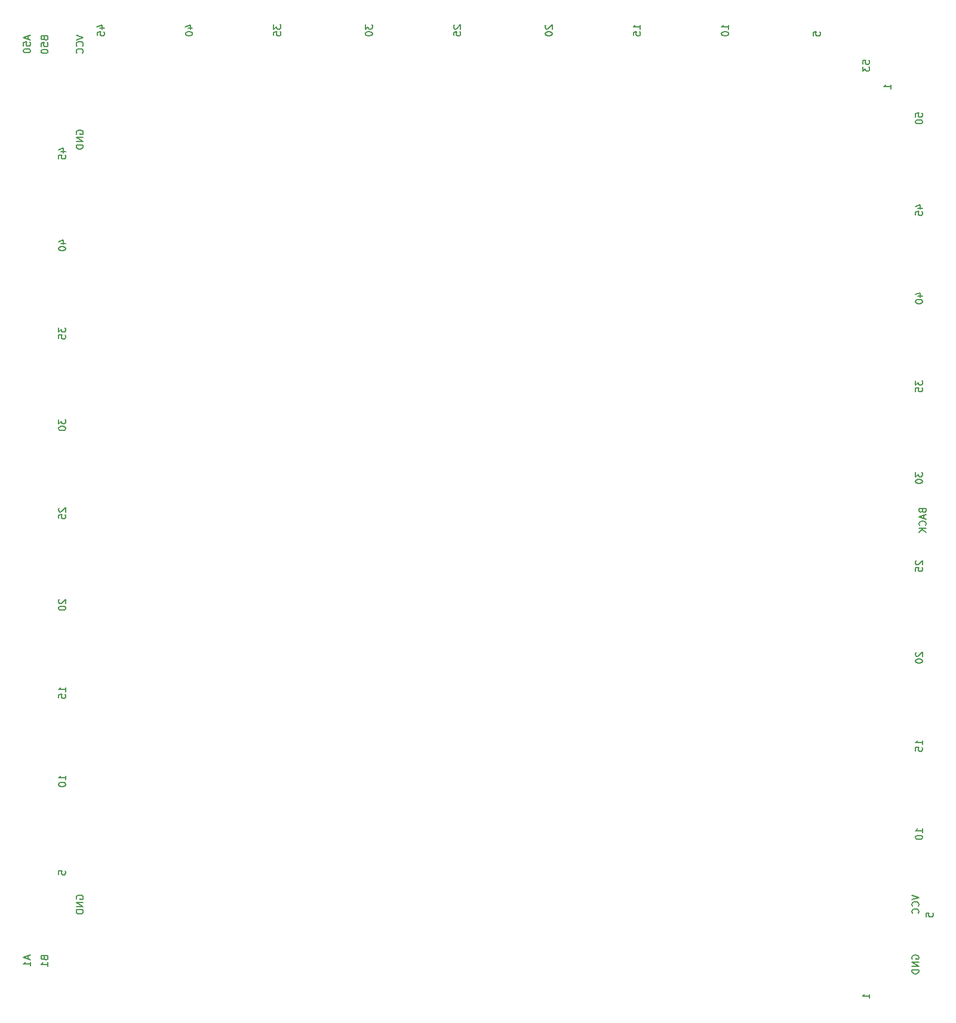
<source format=gbr>
%TF.GenerationSoftware,KiCad,Pcbnew,(5.1.6-0-10_14)*%
%TF.CreationDate,2020-07-02T17:02:21+02:00*%
%TF.ProjectId,x68k-ioboard,7836386b-2d69-46f6-926f-6172642e6b69,rev?*%
%TF.SameCoordinates,Original*%
%TF.FileFunction,Legend,Bot*%
%TF.FilePolarity,Positive*%
%FSLAX46Y46*%
G04 Gerber Fmt 4.6, Leading zero omitted, Abs format (unit mm)*
G04 Created by KiCad (PCBNEW (5.1.6-0-10_14)) date 2020-07-02 17:02:21*
%MOMM*%
%LPD*%
G01*
G04 APERTURE LIST*
%ADD10C,0.150000*%
G04 APERTURE END LIST*
D10*
X155952380Y-40801904D02*
X155952380Y-40325714D01*
X156428571Y-40278095D01*
X156380952Y-40325714D01*
X156333333Y-40420952D01*
X156333333Y-40659047D01*
X156380952Y-40754285D01*
X156428571Y-40801904D01*
X156523809Y-40849523D01*
X156761904Y-40849523D01*
X156857142Y-40801904D01*
X156904761Y-40754285D01*
X156952380Y-40659047D01*
X156952380Y-40420952D01*
X156904761Y-40325714D01*
X156857142Y-40278095D01*
X155952380Y-41182857D02*
X155952380Y-41801904D01*
X156333333Y-41468571D01*
X156333333Y-41611428D01*
X156380952Y-41706666D01*
X156428571Y-41754285D01*
X156523809Y-41801904D01*
X156761904Y-41801904D01*
X156857142Y-41754285D01*
X156904761Y-41706666D01*
X156952380Y-41611428D01*
X156952380Y-41325714D01*
X156904761Y-41230476D01*
X156857142Y-41182857D01*
X163452380Y-48301904D02*
X163452380Y-47825714D01*
X163928571Y-47778095D01*
X163880952Y-47825714D01*
X163833333Y-47920952D01*
X163833333Y-48159047D01*
X163880952Y-48254285D01*
X163928571Y-48301904D01*
X164023809Y-48349523D01*
X164261904Y-48349523D01*
X164357142Y-48301904D01*
X164404761Y-48254285D01*
X164452380Y-48159047D01*
X164452380Y-47920952D01*
X164404761Y-47825714D01*
X164357142Y-47778095D01*
X163452380Y-48968571D02*
X163452380Y-49063809D01*
X163500000Y-49159047D01*
X163547619Y-49206666D01*
X163642857Y-49254285D01*
X163833333Y-49301904D01*
X164071428Y-49301904D01*
X164261904Y-49254285D01*
X164357142Y-49206666D01*
X164404761Y-49159047D01*
X164452380Y-49063809D01*
X164452380Y-48968571D01*
X164404761Y-48873333D01*
X164357142Y-48825714D01*
X164261904Y-48778095D01*
X164071428Y-48730476D01*
X163833333Y-48730476D01*
X163642857Y-48778095D01*
X163547619Y-48825714D01*
X163500000Y-48873333D01*
X163452380Y-48968571D01*
X163785714Y-61254285D02*
X164452380Y-61254285D01*
X163404761Y-61016190D02*
X164119047Y-60778095D01*
X164119047Y-61397142D01*
X163452380Y-62254285D02*
X163452380Y-61778095D01*
X163928571Y-61730476D01*
X163880952Y-61778095D01*
X163833333Y-61873333D01*
X163833333Y-62111428D01*
X163880952Y-62206666D01*
X163928571Y-62254285D01*
X164023809Y-62301904D01*
X164261904Y-62301904D01*
X164357142Y-62254285D01*
X164404761Y-62206666D01*
X164452380Y-62111428D01*
X164452380Y-61873333D01*
X164404761Y-61778095D01*
X164357142Y-61730476D01*
X163785714Y-73754285D02*
X164452380Y-73754285D01*
X163404761Y-73516190D02*
X164119047Y-73278095D01*
X164119047Y-73897142D01*
X163452380Y-74468571D02*
X163452380Y-74563809D01*
X163500000Y-74659047D01*
X163547619Y-74706666D01*
X163642857Y-74754285D01*
X163833333Y-74801904D01*
X164071428Y-74801904D01*
X164261904Y-74754285D01*
X164357142Y-74706666D01*
X164404761Y-74659047D01*
X164452380Y-74563809D01*
X164452380Y-74468571D01*
X164404761Y-74373333D01*
X164357142Y-74325714D01*
X164261904Y-74278095D01*
X164071428Y-74230476D01*
X163833333Y-74230476D01*
X163642857Y-74278095D01*
X163547619Y-74325714D01*
X163500000Y-74373333D01*
X163452380Y-74468571D01*
X163452380Y-85730476D02*
X163452380Y-86349523D01*
X163833333Y-86016190D01*
X163833333Y-86159047D01*
X163880952Y-86254285D01*
X163928571Y-86301904D01*
X164023809Y-86349523D01*
X164261904Y-86349523D01*
X164357142Y-86301904D01*
X164404761Y-86254285D01*
X164452380Y-86159047D01*
X164452380Y-85873333D01*
X164404761Y-85778095D01*
X164357142Y-85730476D01*
X163452380Y-87254285D02*
X163452380Y-86778095D01*
X163928571Y-86730476D01*
X163880952Y-86778095D01*
X163833333Y-86873333D01*
X163833333Y-87111428D01*
X163880952Y-87206666D01*
X163928571Y-87254285D01*
X164023809Y-87301904D01*
X164261904Y-87301904D01*
X164357142Y-87254285D01*
X164404761Y-87206666D01*
X164452380Y-87111428D01*
X164452380Y-86873333D01*
X164404761Y-86778095D01*
X164357142Y-86730476D01*
X163452380Y-98730476D02*
X163452380Y-99349523D01*
X163833333Y-99016190D01*
X163833333Y-99159047D01*
X163880952Y-99254285D01*
X163928571Y-99301904D01*
X164023809Y-99349523D01*
X164261904Y-99349523D01*
X164357142Y-99301904D01*
X164404761Y-99254285D01*
X164452380Y-99159047D01*
X164452380Y-98873333D01*
X164404761Y-98778095D01*
X164357142Y-98730476D01*
X163452380Y-99968571D02*
X163452380Y-100063809D01*
X163500000Y-100159047D01*
X163547619Y-100206666D01*
X163642857Y-100254285D01*
X163833333Y-100301904D01*
X164071428Y-100301904D01*
X164261904Y-100254285D01*
X164357142Y-100206666D01*
X164404761Y-100159047D01*
X164452380Y-100063809D01*
X164452380Y-99968571D01*
X164404761Y-99873333D01*
X164357142Y-99825714D01*
X164261904Y-99778095D01*
X164071428Y-99730476D01*
X163833333Y-99730476D01*
X163642857Y-99778095D01*
X163547619Y-99825714D01*
X163500000Y-99873333D01*
X163452380Y-99968571D01*
X163547619Y-111278095D02*
X163500000Y-111325714D01*
X163452380Y-111420952D01*
X163452380Y-111659047D01*
X163500000Y-111754285D01*
X163547619Y-111801904D01*
X163642857Y-111849523D01*
X163738095Y-111849523D01*
X163880952Y-111801904D01*
X164452380Y-111230476D01*
X164452380Y-111849523D01*
X163452380Y-112754285D02*
X163452380Y-112278095D01*
X163928571Y-112230476D01*
X163880952Y-112278095D01*
X163833333Y-112373333D01*
X163833333Y-112611428D01*
X163880952Y-112706666D01*
X163928571Y-112754285D01*
X164023809Y-112801904D01*
X164261904Y-112801904D01*
X164357142Y-112754285D01*
X164404761Y-112706666D01*
X164452380Y-112611428D01*
X164452380Y-112373333D01*
X164404761Y-112278095D01*
X164357142Y-112230476D01*
X163547619Y-124278095D02*
X163500000Y-124325714D01*
X163452380Y-124420952D01*
X163452380Y-124659047D01*
X163500000Y-124754285D01*
X163547619Y-124801904D01*
X163642857Y-124849523D01*
X163738095Y-124849523D01*
X163880952Y-124801904D01*
X164452380Y-124230476D01*
X164452380Y-124849523D01*
X163452380Y-125468571D02*
X163452380Y-125563809D01*
X163500000Y-125659047D01*
X163547619Y-125706666D01*
X163642857Y-125754285D01*
X163833333Y-125801904D01*
X164071428Y-125801904D01*
X164261904Y-125754285D01*
X164357142Y-125706666D01*
X164404761Y-125659047D01*
X164452380Y-125563809D01*
X164452380Y-125468571D01*
X164404761Y-125373333D01*
X164357142Y-125325714D01*
X164261904Y-125278095D01*
X164071428Y-125230476D01*
X163833333Y-125230476D01*
X163642857Y-125278095D01*
X163547619Y-125325714D01*
X163500000Y-125373333D01*
X163452380Y-125468571D01*
X164452380Y-137349523D02*
X164452380Y-136778095D01*
X164452380Y-137063809D02*
X163452380Y-137063809D01*
X163595238Y-136968571D01*
X163690476Y-136873333D01*
X163738095Y-136778095D01*
X163452380Y-138254285D02*
X163452380Y-137778095D01*
X163928571Y-137730476D01*
X163880952Y-137778095D01*
X163833333Y-137873333D01*
X163833333Y-138111428D01*
X163880952Y-138206666D01*
X163928571Y-138254285D01*
X164023809Y-138301904D01*
X164261904Y-138301904D01*
X164357142Y-138254285D01*
X164404761Y-138206666D01*
X164452380Y-138111428D01*
X164452380Y-137873333D01*
X164404761Y-137778095D01*
X164357142Y-137730476D01*
X164452380Y-149849523D02*
X164452380Y-149278095D01*
X164452380Y-149563809D02*
X163452380Y-149563809D01*
X163595238Y-149468571D01*
X163690476Y-149373333D01*
X163738095Y-149278095D01*
X163452380Y-150468571D02*
X163452380Y-150563809D01*
X163500000Y-150659047D01*
X163547619Y-150706666D01*
X163642857Y-150754285D01*
X163833333Y-150801904D01*
X164071428Y-150801904D01*
X164261904Y-150754285D01*
X164357142Y-150706666D01*
X164404761Y-150659047D01*
X164452380Y-150563809D01*
X164452380Y-150468571D01*
X164404761Y-150373333D01*
X164357142Y-150325714D01*
X164261904Y-150278095D01*
X164071428Y-150230476D01*
X163833333Y-150230476D01*
X163642857Y-150278095D01*
X163547619Y-150325714D01*
X163500000Y-150373333D01*
X163452380Y-150468571D01*
X164952380Y-161778095D02*
X164952380Y-161301904D01*
X165428571Y-161254285D01*
X165380952Y-161301904D01*
X165333333Y-161397142D01*
X165333333Y-161635238D01*
X165380952Y-161730476D01*
X165428571Y-161778095D01*
X165523809Y-161825714D01*
X165761904Y-161825714D01*
X165857142Y-161778095D01*
X165904761Y-161730476D01*
X165952380Y-161635238D01*
X165952380Y-161397142D01*
X165904761Y-161301904D01*
X165857142Y-161254285D01*
X156952380Y-173325714D02*
X156952380Y-172754285D01*
X156952380Y-173040000D02*
X155952380Y-173040000D01*
X156095238Y-172944761D01*
X156190476Y-172849523D01*
X156238095Y-172754285D01*
X47785714Y-35754285D02*
X48452380Y-35754285D01*
X47404761Y-35516190D02*
X48119047Y-35278095D01*
X48119047Y-35897142D01*
X47452380Y-36754285D02*
X47452380Y-36278095D01*
X47928571Y-36230476D01*
X47880952Y-36278095D01*
X47833333Y-36373333D01*
X47833333Y-36611428D01*
X47880952Y-36706666D01*
X47928571Y-36754285D01*
X48023809Y-36801904D01*
X48261904Y-36801904D01*
X48357142Y-36754285D01*
X48404761Y-36706666D01*
X48452380Y-36611428D01*
X48452380Y-36373333D01*
X48404761Y-36278095D01*
X48357142Y-36230476D01*
X60285714Y-35754285D02*
X60952380Y-35754285D01*
X59904761Y-35516190D02*
X60619047Y-35278095D01*
X60619047Y-35897142D01*
X59952380Y-36468571D02*
X59952380Y-36563809D01*
X60000000Y-36659047D01*
X60047619Y-36706666D01*
X60142857Y-36754285D01*
X60333333Y-36801904D01*
X60571428Y-36801904D01*
X60761904Y-36754285D01*
X60857142Y-36706666D01*
X60904761Y-36659047D01*
X60952380Y-36563809D01*
X60952380Y-36468571D01*
X60904761Y-36373333D01*
X60857142Y-36325714D01*
X60761904Y-36278095D01*
X60571428Y-36230476D01*
X60333333Y-36230476D01*
X60142857Y-36278095D01*
X60047619Y-36325714D01*
X60000000Y-36373333D01*
X59952380Y-36468571D01*
X72452380Y-35230476D02*
X72452380Y-35849523D01*
X72833333Y-35516190D01*
X72833333Y-35659047D01*
X72880952Y-35754285D01*
X72928571Y-35801904D01*
X73023809Y-35849523D01*
X73261904Y-35849523D01*
X73357142Y-35801904D01*
X73404761Y-35754285D01*
X73452380Y-35659047D01*
X73452380Y-35373333D01*
X73404761Y-35278095D01*
X73357142Y-35230476D01*
X72452380Y-36754285D02*
X72452380Y-36278095D01*
X72928571Y-36230476D01*
X72880952Y-36278095D01*
X72833333Y-36373333D01*
X72833333Y-36611428D01*
X72880952Y-36706666D01*
X72928571Y-36754285D01*
X73023809Y-36801904D01*
X73261904Y-36801904D01*
X73357142Y-36754285D01*
X73404761Y-36706666D01*
X73452380Y-36611428D01*
X73452380Y-36373333D01*
X73404761Y-36278095D01*
X73357142Y-36230476D01*
X85452380Y-35230476D02*
X85452380Y-35849523D01*
X85833333Y-35516190D01*
X85833333Y-35659047D01*
X85880952Y-35754285D01*
X85928571Y-35801904D01*
X86023809Y-35849523D01*
X86261904Y-35849523D01*
X86357142Y-35801904D01*
X86404761Y-35754285D01*
X86452380Y-35659047D01*
X86452380Y-35373333D01*
X86404761Y-35278095D01*
X86357142Y-35230476D01*
X85452380Y-36468571D02*
X85452380Y-36563809D01*
X85500000Y-36659047D01*
X85547619Y-36706666D01*
X85642857Y-36754285D01*
X85833333Y-36801904D01*
X86071428Y-36801904D01*
X86261904Y-36754285D01*
X86357142Y-36706666D01*
X86404761Y-36659047D01*
X86452380Y-36563809D01*
X86452380Y-36468571D01*
X86404761Y-36373333D01*
X86357142Y-36325714D01*
X86261904Y-36278095D01*
X86071428Y-36230476D01*
X85833333Y-36230476D01*
X85642857Y-36278095D01*
X85547619Y-36325714D01*
X85500000Y-36373333D01*
X85452380Y-36468571D01*
X98047619Y-35278095D02*
X98000000Y-35325714D01*
X97952380Y-35420952D01*
X97952380Y-35659047D01*
X98000000Y-35754285D01*
X98047619Y-35801904D01*
X98142857Y-35849523D01*
X98238095Y-35849523D01*
X98380952Y-35801904D01*
X98952380Y-35230476D01*
X98952380Y-35849523D01*
X97952380Y-36754285D02*
X97952380Y-36278095D01*
X98428571Y-36230476D01*
X98380952Y-36278095D01*
X98333333Y-36373333D01*
X98333333Y-36611428D01*
X98380952Y-36706666D01*
X98428571Y-36754285D01*
X98523809Y-36801904D01*
X98761904Y-36801904D01*
X98857142Y-36754285D01*
X98904761Y-36706666D01*
X98952380Y-36611428D01*
X98952380Y-36373333D01*
X98904761Y-36278095D01*
X98857142Y-36230476D01*
X111047619Y-35278095D02*
X111000000Y-35325714D01*
X110952380Y-35420952D01*
X110952380Y-35659047D01*
X111000000Y-35754285D01*
X111047619Y-35801904D01*
X111142857Y-35849523D01*
X111238095Y-35849523D01*
X111380952Y-35801904D01*
X111952380Y-35230476D01*
X111952380Y-35849523D01*
X110952380Y-36468571D02*
X110952380Y-36563809D01*
X111000000Y-36659047D01*
X111047619Y-36706666D01*
X111142857Y-36754285D01*
X111333333Y-36801904D01*
X111571428Y-36801904D01*
X111761904Y-36754285D01*
X111857142Y-36706666D01*
X111904761Y-36659047D01*
X111952380Y-36563809D01*
X111952380Y-36468571D01*
X111904761Y-36373333D01*
X111857142Y-36325714D01*
X111761904Y-36278095D01*
X111571428Y-36230476D01*
X111333333Y-36230476D01*
X111142857Y-36278095D01*
X111047619Y-36325714D01*
X111000000Y-36373333D01*
X110952380Y-36468571D01*
X124452380Y-35849523D02*
X124452380Y-35278095D01*
X124452380Y-35563809D02*
X123452380Y-35563809D01*
X123595238Y-35468571D01*
X123690476Y-35373333D01*
X123738095Y-35278095D01*
X123452380Y-36754285D02*
X123452380Y-36278095D01*
X123928571Y-36230476D01*
X123880952Y-36278095D01*
X123833333Y-36373333D01*
X123833333Y-36611428D01*
X123880952Y-36706666D01*
X123928571Y-36754285D01*
X124023809Y-36801904D01*
X124261904Y-36801904D01*
X124357142Y-36754285D01*
X124404761Y-36706666D01*
X124452380Y-36611428D01*
X124452380Y-36373333D01*
X124404761Y-36278095D01*
X124357142Y-36230476D01*
X136952380Y-35849523D02*
X136952380Y-35278095D01*
X136952380Y-35563809D02*
X135952380Y-35563809D01*
X136095238Y-35468571D01*
X136190476Y-35373333D01*
X136238095Y-35278095D01*
X135952380Y-36468571D02*
X135952380Y-36563809D01*
X136000000Y-36659047D01*
X136047619Y-36706666D01*
X136142857Y-36754285D01*
X136333333Y-36801904D01*
X136571428Y-36801904D01*
X136761904Y-36754285D01*
X136857142Y-36706666D01*
X136904761Y-36659047D01*
X136952380Y-36563809D01*
X136952380Y-36468571D01*
X136904761Y-36373333D01*
X136857142Y-36325714D01*
X136761904Y-36278095D01*
X136571428Y-36230476D01*
X136333333Y-36230476D01*
X136142857Y-36278095D01*
X136047619Y-36325714D01*
X136000000Y-36373333D01*
X135952380Y-36468571D01*
X148952380Y-36778095D02*
X148952380Y-36301904D01*
X149428571Y-36254285D01*
X149380952Y-36301904D01*
X149333333Y-36397142D01*
X149333333Y-36635238D01*
X149380952Y-36730476D01*
X149428571Y-36778095D01*
X149523809Y-36825714D01*
X149761904Y-36825714D01*
X149857142Y-36778095D01*
X149904761Y-36730476D01*
X149952380Y-36635238D01*
X149952380Y-36397142D01*
X149904761Y-36301904D01*
X149857142Y-36254285D01*
X159952380Y-44325714D02*
X159952380Y-43754285D01*
X159952380Y-44040000D02*
X158952380Y-44040000D01*
X159095238Y-43944761D01*
X159190476Y-43849523D01*
X159238095Y-43754285D01*
X163000000Y-167778095D02*
X162952380Y-167682857D01*
X162952380Y-167540000D01*
X163000000Y-167397142D01*
X163095238Y-167301904D01*
X163190476Y-167254285D01*
X163380952Y-167206666D01*
X163523809Y-167206666D01*
X163714285Y-167254285D01*
X163809523Y-167301904D01*
X163904761Y-167397142D01*
X163952380Y-167540000D01*
X163952380Y-167635238D01*
X163904761Y-167778095D01*
X163857142Y-167825714D01*
X163523809Y-167825714D01*
X163523809Y-167635238D01*
X163952380Y-168254285D02*
X162952380Y-168254285D01*
X163952380Y-168825714D01*
X162952380Y-168825714D01*
X163952380Y-169301904D02*
X162952380Y-169301904D01*
X162952380Y-169540000D01*
X163000000Y-169682857D01*
X163095238Y-169778095D01*
X163190476Y-169825714D01*
X163380952Y-169873333D01*
X163523809Y-169873333D01*
X163714285Y-169825714D01*
X163809523Y-169778095D01*
X163904761Y-169682857D01*
X163952380Y-169540000D01*
X163952380Y-169301904D01*
X162952380Y-158706666D02*
X163952380Y-159040000D01*
X162952380Y-159373333D01*
X163857142Y-160278095D02*
X163904761Y-160230476D01*
X163952380Y-160087619D01*
X163952380Y-159992380D01*
X163904761Y-159849523D01*
X163809523Y-159754285D01*
X163714285Y-159706666D01*
X163523809Y-159659047D01*
X163380952Y-159659047D01*
X163190476Y-159706666D01*
X163095238Y-159754285D01*
X163000000Y-159849523D01*
X162952380Y-159992380D01*
X162952380Y-160087619D01*
X163000000Y-160230476D01*
X163047619Y-160278095D01*
X163857142Y-161278095D02*
X163904761Y-161230476D01*
X163952380Y-161087619D01*
X163952380Y-160992380D01*
X163904761Y-160849523D01*
X163809523Y-160754285D01*
X163714285Y-160706666D01*
X163523809Y-160659047D01*
X163380952Y-160659047D01*
X163190476Y-160706666D01*
X163095238Y-160754285D01*
X163000000Y-160849523D01*
X162952380Y-160992380D01*
X162952380Y-161087619D01*
X163000000Y-161230476D01*
X163047619Y-161278095D01*
X44500000Y-159278095D02*
X44452380Y-159182857D01*
X44452380Y-159040000D01*
X44500000Y-158897142D01*
X44595238Y-158801904D01*
X44690476Y-158754285D01*
X44880952Y-158706666D01*
X45023809Y-158706666D01*
X45214285Y-158754285D01*
X45309523Y-158801904D01*
X45404761Y-158897142D01*
X45452380Y-159040000D01*
X45452380Y-159135238D01*
X45404761Y-159278095D01*
X45357142Y-159325714D01*
X45023809Y-159325714D01*
X45023809Y-159135238D01*
X45452380Y-159754285D02*
X44452380Y-159754285D01*
X45452380Y-160325714D01*
X44452380Y-160325714D01*
X45452380Y-160801904D02*
X44452380Y-160801904D01*
X44452380Y-161040000D01*
X44500000Y-161182857D01*
X44595238Y-161278095D01*
X44690476Y-161325714D01*
X44880952Y-161373333D01*
X45023809Y-161373333D01*
X45214285Y-161325714D01*
X45309523Y-161278095D01*
X45404761Y-161182857D01*
X45452380Y-161040000D01*
X45452380Y-160801904D01*
X44500000Y-50778095D02*
X44452380Y-50682857D01*
X44452380Y-50540000D01*
X44500000Y-50397142D01*
X44595238Y-50301904D01*
X44690476Y-50254285D01*
X44880952Y-50206666D01*
X45023809Y-50206666D01*
X45214285Y-50254285D01*
X45309523Y-50301904D01*
X45404761Y-50397142D01*
X45452380Y-50540000D01*
X45452380Y-50635238D01*
X45404761Y-50778095D01*
X45357142Y-50825714D01*
X45023809Y-50825714D01*
X45023809Y-50635238D01*
X45452380Y-51254285D02*
X44452380Y-51254285D01*
X45452380Y-51825714D01*
X44452380Y-51825714D01*
X45452380Y-52301904D02*
X44452380Y-52301904D01*
X44452380Y-52540000D01*
X44500000Y-52682857D01*
X44595238Y-52778095D01*
X44690476Y-52825714D01*
X44880952Y-52873333D01*
X45023809Y-52873333D01*
X45214285Y-52825714D01*
X45309523Y-52778095D01*
X45404761Y-52682857D01*
X45452380Y-52540000D01*
X45452380Y-52301904D01*
X44452380Y-36706666D02*
X45452380Y-37040000D01*
X44452380Y-37373333D01*
X45357142Y-38278095D02*
X45404761Y-38230476D01*
X45452380Y-38087619D01*
X45452380Y-37992380D01*
X45404761Y-37849523D01*
X45309523Y-37754285D01*
X45214285Y-37706666D01*
X45023809Y-37659047D01*
X44880952Y-37659047D01*
X44690476Y-37706666D01*
X44595238Y-37754285D01*
X44500000Y-37849523D01*
X44452380Y-37992380D01*
X44452380Y-38087619D01*
X44500000Y-38230476D01*
X44547619Y-38278095D01*
X45357142Y-39278095D02*
X45404761Y-39230476D01*
X45452380Y-39087619D01*
X45452380Y-38992380D01*
X45404761Y-38849523D01*
X45309523Y-38754285D01*
X45214285Y-38706666D01*
X45023809Y-38659047D01*
X44880952Y-38659047D01*
X44690476Y-38706666D01*
X44595238Y-38754285D01*
X44500000Y-38849523D01*
X44452380Y-38992380D01*
X44452380Y-39087619D01*
X44500000Y-39230476D01*
X44547619Y-39278095D01*
X39928571Y-37159047D02*
X39976190Y-37301904D01*
X40023809Y-37349523D01*
X40119047Y-37397142D01*
X40261904Y-37397142D01*
X40357142Y-37349523D01*
X40404761Y-37301904D01*
X40452380Y-37206666D01*
X40452380Y-36825714D01*
X39452380Y-36825714D01*
X39452380Y-37159047D01*
X39500000Y-37254285D01*
X39547619Y-37301904D01*
X39642857Y-37349523D01*
X39738095Y-37349523D01*
X39833333Y-37301904D01*
X39880952Y-37254285D01*
X39928571Y-37159047D01*
X39928571Y-36825714D01*
X39452380Y-38301904D02*
X39452380Y-37825714D01*
X39928571Y-37778095D01*
X39880952Y-37825714D01*
X39833333Y-37920952D01*
X39833333Y-38159047D01*
X39880952Y-38254285D01*
X39928571Y-38301904D01*
X40023809Y-38349523D01*
X40261904Y-38349523D01*
X40357142Y-38301904D01*
X40404761Y-38254285D01*
X40452380Y-38159047D01*
X40452380Y-37920952D01*
X40404761Y-37825714D01*
X40357142Y-37778095D01*
X39452380Y-38968571D02*
X39452380Y-39063809D01*
X39500000Y-39159047D01*
X39547619Y-39206666D01*
X39642857Y-39254285D01*
X39833333Y-39301904D01*
X40071428Y-39301904D01*
X40261904Y-39254285D01*
X40357142Y-39206666D01*
X40404761Y-39159047D01*
X40452380Y-39063809D01*
X40452380Y-38968571D01*
X40404761Y-38873333D01*
X40357142Y-38825714D01*
X40261904Y-38778095D01*
X40071428Y-38730476D01*
X39833333Y-38730476D01*
X39642857Y-38778095D01*
X39547619Y-38825714D01*
X39500000Y-38873333D01*
X39452380Y-38968571D01*
X37666666Y-36849523D02*
X37666666Y-37325714D01*
X37952380Y-36754285D02*
X36952380Y-37087619D01*
X37952380Y-37420952D01*
X36952380Y-38230476D02*
X36952380Y-37754285D01*
X37428571Y-37706666D01*
X37380952Y-37754285D01*
X37333333Y-37849523D01*
X37333333Y-38087619D01*
X37380952Y-38182857D01*
X37428571Y-38230476D01*
X37523809Y-38278095D01*
X37761904Y-38278095D01*
X37857142Y-38230476D01*
X37904761Y-38182857D01*
X37952380Y-38087619D01*
X37952380Y-37849523D01*
X37904761Y-37754285D01*
X37857142Y-37706666D01*
X36952380Y-38897142D02*
X36952380Y-38992380D01*
X37000000Y-39087619D01*
X37047619Y-39135238D01*
X37142857Y-39182857D01*
X37333333Y-39230476D01*
X37571428Y-39230476D01*
X37761904Y-39182857D01*
X37857142Y-39135238D01*
X37904761Y-39087619D01*
X37952380Y-38992380D01*
X37952380Y-38897142D01*
X37904761Y-38801904D01*
X37857142Y-38754285D01*
X37761904Y-38706666D01*
X37571428Y-38659047D01*
X37333333Y-38659047D01*
X37142857Y-38706666D01*
X37047619Y-38754285D01*
X37000000Y-38801904D01*
X36952380Y-38897142D01*
X42285714Y-53254285D02*
X42952380Y-53254285D01*
X41904761Y-53016190D02*
X42619047Y-52778095D01*
X42619047Y-53397142D01*
X41952380Y-54254285D02*
X41952380Y-53778095D01*
X42428571Y-53730476D01*
X42380952Y-53778095D01*
X42333333Y-53873333D01*
X42333333Y-54111428D01*
X42380952Y-54206666D01*
X42428571Y-54254285D01*
X42523809Y-54301904D01*
X42761904Y-54301904D01*
X42857142Y-54254285D01*
X42904761Y-54206666D01*
X42952380Y-54111428D01*
X42952380Y-53873333D01*
X42904761Y-53778095D01*
X42857142Y-53730476D01*
X42285714Y-66254285D02*
X42952380Y-66254285D01*
X41904761Y-66016190D02*
X42619047Y-65778095D01*
X42619047Y-66397142D01*
X41952380Y-66968571D02*
X41952380Y-67063809D01*
X42000000Y-67159047D01*
X42047619Y-67206666D01*
X42142857Y-67254285D01*
X42333333Y-67301904D01*
X42571428Y-67301904D01*
X42761904Y-67254285D01*
X42857142Y-67206666D01*
X42904761Y-67159047D01*
X42952380Y-67063809D01*
X42952380Y-66968571D01*
X42904761Y-66873333D01*
X42857142Y-66825714D01*
X42761904Y-66778095D01*
X42571428Y-66730476D01*
X42333333Y-66730476D01*
X42142857Y-66778095D01*
X42047619Y-66825714D01*
X42000000Y-66873333D01*
X41952380Y-66968571D01*
X41952380Y-78230476D02*
X41952380Y-78849523D01*
X42333333Y-78516190D01*
X42333333Y-78659047D01*
X42380952Y-78754285D01*
X42428571Y-78801904D01*
X42523809Y-78849523D01*
X42761904Y-78849523D01*
X42857142Y-78801904D01*
X42904761Y-78754285D01*
X42952380Y-78659047D01*
X42952380Y-78373333D01*
X42904761Y-78278095D01*
X42857142Y-78230476D01*
X41952380Y-79754285D02*
X41952380Y-79278095D01*
X42428571Y-79230476D01*
X42380952Y-79278095D01*
X42333333Y-79373333D01*
X42333333Y-79611428D01*
X42380952Y-79706666D01*
X42428571Y-79754285D01*
X42523809Y-79801904D01*
X42761904Y-79801904D01*
X42857142Y-79754285D01*
X42904761Y-79706666D01*
X42952380Y-79611428D01*
X42952380Y-79373333D01*
X42904761Y-79278095D01*
X42857142Y-79230476D01*
X41952380Y-91230476D02*
X41952380Y-91849523D01*
X42333333Y-91516190D01*
X42333333Y-91659047D01*
X42380952Y-91754285D01*
X42428571Y-91801904D01*
X42523809Y-91849523D01*
X42761904Y-91849523D01*
X42857142Y-91801904D01*
X42904761Y-91754285D01*
X42952380Y-91659047D01*
X42952380Y-91373333D01*
X42904761Y-91278095D01*
X42857142Y-91230476D01*
X41952380Y-92468571D02*
X41952380Y-92563809D01*
X42000000Y-92659047D01*
X42047619Y-92706666D01*
X42142857Y-92754285D01*
X42333333Y-92801904D01*
X42571428Y-92801904D01*
X42761904Y-92754285D01*
X42857142Y-92706666D01*
X42904761Y-92659047D01*
X42952380Y-92563809D01*
X42952380Y-92468571D01*
X42904761Y-92373333D01*
X42857142Y-92325714D01*
X42761904Y-92278095D01*
X42571428Y-92230476D01*
X42333333Y-92230476D01*
X42142857Y-92278095D01*
X42047619Y-92325714D01*
X42000000Y-92373333D01*
X41952380Y-92468571D01*
X42047619Y-103778095D02*
X42000000Y-103825714D01*
X41952380Y-103920952D01*
X41952380Y-104159047D01*
X42000000Y-104254285D01*
X42047619Y-104301904D01*
X42142857Y-104349523D01*
X42238095Y-104349523D01*
X42380952Y-104301904D01*
X42952380Y-103730476D01*
X42952380Y-104349523D01*
X41952380Y-105254285D02*
X41952380Y-104778095D01*
X42428571Y-104730476D01*
X42380952Y-104778095D01*
X42333333Y-104873333D01*
X42333333Y-105111428D01*
X42380952Y-105206666D01*
X42428571Y-105254285D01*
X42523809Y-105301904D01*
X42761904Y-105301904D01*
X42857142Y-105254285D01*
X42904761Y-105206666D01*
X42952380Y-105111428D01*
X42952380Y-104873333D01*
X42904761Y-104778095D01*
X42857142Y-104730476D01*
X42047619Y-116778095D02*
X42000000Y-116825714D01*
X41952380Y-116920952D01*
X41952380Y-117159047D01*
X42000000Y-117254285D01*
X42047619Y-117301904D01*
X42142857Y-117349523D01*
X42238095Y-117349523D01*
X42380952Y-117301904D01*
X42952380Y-116730476D01*
X42952380Y-117349523D01*
X41952380Y-117968571D02*
X41952380Y-118063809D01*
X42000000Y-118159047D01*
X42047619Y-118206666D01*
X42142857Y-118254285D01*
X42333333Y-118301904D01*
X42571428Y-118301904D01*
X42761904Y-118254285D01*
X42857142Y-118206666D01*
X42904761Y-118159047D01*
X42952380Y-118063809D01*
X42952380Y-117968571D01*
X42904761Y-117873333D01*
X42857142Y-117825714D01*
X42761904Y-117778095D01*
X42571428Y-117730476D01*
X42333333Y-117730476D01*
X42142857Y-117778095D01*
X42047619Y-117825714D01*
X42000000Y-117873333D01*
X41952380Y-117968571D01*
X42952380Y-129849523D02*
X42952380Y-129278095D01*
X42952380Y-129563809D02*
X41952380Y-129563809D01*
X42095238Y-129468571D01*
X42190476Y-129373333D01*
X42238095Y-129278095D01*
X41952380Y-130754285D02*
X41952380Y-130278095D01*
X42428571Y-130230476D01*
X42380952Y-130278095D01*
X42333333Y-130373333D01*
X42333333Y-130611428D01*
X42380952Y-130706666D01*
X42428571Y-130754285D01*
X42523809Y-130801904D01*
X42761904Y-130801904D01*
X42857142Y-130754285D01*
X42904761Y-130706666D01*
X42952380Y-130611428D01*
X42952380Y-130373333D01*
X42904761Y-130278095D01*
X42857142Y-130230476D01*
X42952380Y-142349523D02*
X42952380Y-141778095D01*
X42952380Y-142063809D02*
X41952380Y-142063809D01*
X42095238Y-141968571D01*
X42190476Y-141873333D01*
X42238095Y-141778095D01*
X41952380Y-142968571D02*
X41952380Y-143063809D01*
X42000000Y-143159047D01*
X42047619Y-143206666D01*
X42142857Y-143254285D01*
X42333333Y-143301904D01*
X42571428Y-143301904D01*
X42761904Y-143254285D01*
X42857142Y-143206666D01*
X42904761Y-143159047D01*
X42952380Y-143063809D01*
X42952380Y-142968571D01*
X42904761Y-142873333D01*
X42857142Y-142825714D01*
X42761904Y-142778095D01*
X42571428Y-142730476D01*
X42333333Y-142730476D01*
X42142857Y-142778095D01*
X42047619Y-142825714D01*
X42000000Y-142873333D01*
X41952380Y-142968571D01*
X41952380Y-155778095D02*
X41952380Y-155301904D01*
X42428571Y-155254285D01*
X42380952Y-155301904D01*
X42333333Y-155397142D01*
X42333333Y-155635238D01*
X42380952Y-155730476D01*
X42428571Y-155778095D01*
X42523809Y-155825714D01*
X42761904Y-155825714D01*
X42857142Y-155778095D01*
X42904761Y-155730476D01*
X42952380Y-155635238D01*
X42952380Y-155397142D01*
X42904761Y-155301904D01*
X42857142Y-155254285D01*
X39928571Y-167635238D02*
X39976190Y-167778095D01*
X40023809Y-167825714D01*
X40119047Y-167873333D01*
X40261904Y-167873333D01*
X40357142Y-167825714D01*
X40404761Y-167778095D01*
X40452380Y-167682857D01*
X40452380Y-167301904D01*
X39452380Y-167301904D01*
X39452380Y-167635238D01*
X39500000Y-167730476D01*
X39547619Y-167778095D01*
X39642857Y-167825714D01*
X39738095Y-167825714D01*
X39833333Y-167778095D01*
X39880952Y-167730476D01*
X39928571Y-167635238D01*
X39928571Y-167301904D01*
X40452380Y-168825714D02*
X40452380Y-168254285D01*
X40452380Y-168540000D02*
X39452380Y-168540000D01*
X39595238Y-168444761D01*
X39690476Y-168349523D01*
X39738095Y-168254285D01*
X37666666Y-167325714D02*
X37666666Y-167801904D01*
X37952380Y-167230476D02*
X36952380Y-167563809D01*
X37952380Y-167897142D01*
X37952380Y-168754285D02*
X37952380Y-168182857D01*
X37952380Y-168468571D02*
X36952380Y-168468571D01*
X37095238Y-168373333D01*
X37190476Y-168278095D01*
X37238095Y-168182857D01*
X164428571Y-104182857D02*
X164476190Y-104325714D01*
X164523809Y-104373333D01*
X164619047Y-104420952D01*
X164761904Y-104420952D01*
X164857142Y-104373333D01*
X164904761Y-104325714D01*
X164952380Y-104230476D01*
X164952380Y-103849523D01*
X163952380Y-103849523D01*
X163952380Y-104182857D01*
X164000000Y-104278095D01*
X164047619Y-104325714D01*
X164142857Y-104373333D01*
X164238095Y-104373333D01*
X164333333Y-104325714D01*
X164380952Y-104278095D01*
X164428571Y-104182857D01*
X164428571Y-103849523D01*
X164666666Y-104801904D02*
X164666666Y-105278095D01*
X164952380Y-104706666D02*
X163952380Y-105040000D01*
X164952380Y-105373333D01*
X164857142Y-106278095D02*
X164904761Y-106230476D01*
X164952380Y-106087619D01*
X164952380Y-105992380D01*
X164904761Y-105849523D01*
X164809523Y-105754285D01*
X164714285Y-105706666D01*
X164523809Y-105659047D01*
X164380952Y-105659047D01*
X164190476Y-105706666D01*
X164095238Y-105754285D01*
X164000000Y-105849523D01*
X163952380Y-105992380D01*
X163952380Y-106087619D01*
X164000000Y-106230476D01*
X164047619Y-106278095D01*
X164952380Y-106706666D02*
X163952380Y-106706666D01*
X164952380Y-107278095D02*
X164380952Y-106849523D01*
X163952380Y-107278095D02*
X164523809Y-106706666D01*
M02*

</source>
